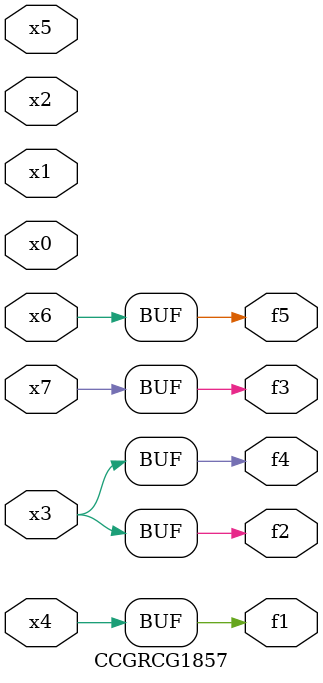
<source format=v>
module CCGRCG1857(
	input x0, x1, x2, x3, x4, x5, x6, x7,
	output f1, f2, f3, f4, f5
);
	assign f1 = x4;
	assign f2 = x3;
	assign f3 = x7;
	assign f4 = x3;
	assign f5 = x6;
endmodule

</source>
